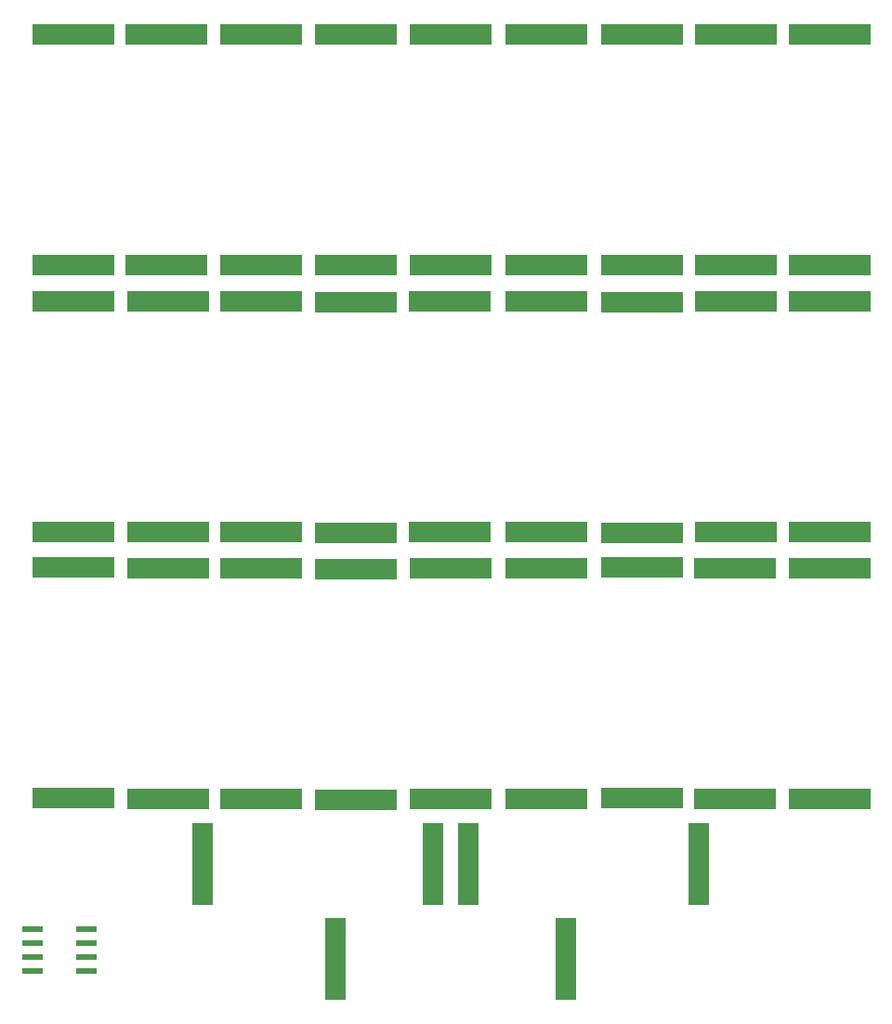
<source format=gbr>
G04 EAGLE Gerber RS-274X export*
G75*
%MOMM*%
%FSLAX34Y34*%
%LPD*%
%INSolderpaste Top*%
%IPPOS*%
%AMOC8*
5,1,8,0,0,1.08239X$1,22.5*%
G01*
%ADD10R,1.981200X0.558800*%
%ADD11R,7.490000X1.960000*%
%ADD12R,1.960000X7.490000*%


D10*
X78638Y44950D03*
X78638Y57650D03*
X78638Y70350D03*
X78638Y83050D03*
X29362Y83050D03*
X29362Y70350D03*
X29362Y57650D03*
X29362Y44950D03*
D11*
X67000Y897000D03*
X67000Y687000D03*
X152000Y687000D03*
X152000Y897000D03*
X238000Y897000D03*
X238000Y687000D03*
X324000Y687000D03*
X324000Y897000D03*
X411000Y897000D03*
X411000Y687000D03*
X498000Y687000D03*
X498000Y897000D03*
X585000Y897000D03*
X585000Y687000D03*
X671000Y687000D03*
X671000Y897000D03*
X756000Y897000D03*
X756000Y687000D03*
X756000Y654000D03*
X756000Y444000D03*
X671000Y444000D03*
X671000Y654000D03*
X585000Y653000D03*
X585000Y443000D03*
X498000Y444000D03*
X498000Y654000D03*
X410000Y654000D03*
X410000Y444000D03*
X324000Y443000D03*
X324000Y653000D03*
X238000Y654000D03*
X238000Y444000D03*
X153000Y444000D03*
X153000Y654000D03*
X67000Y654000D03*
X67000Y444000D03*
X67000Y412000D03*
X67000Y202000D03*
X153000Y201000D03*
X153000Y411000D03*
X238000Y411000D03*
X238000Y201000D03*
X324000Y200000D03*
X324000Y410000D03*
X411000Y411000D03*
X411000Y201000D03*
X498000Y201000D03*
X498000Y411000D03*
X585000Y412000D03*
X585000Y202000D03*
X670000Y201000D03*
X670000Y411000D03*
X756000Y411000D03*
X756000Y201000D03*
D12*
X185000Y142000D03*
X395000Y142000D03*
X306000Y56000D03*
X516000Y56000D03*
X427000Y142000D03*
X637000Y142000D03*
M02*

</source>
